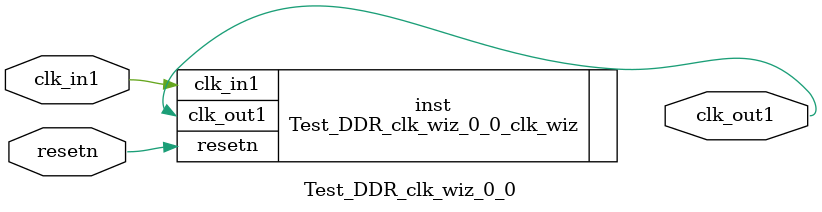
<source format=v>


`timescale 1ps/1ps

(* CORE_GENERATION_INFO = "Test_DDR_clk_wiz_0_0,clk_wiz_v6_0_12_0_0,{component_name=Test_DDR_clk_wiz_0_0,use_phase_alignment=true,use_min_o_jitter=false,use_max_i_jitter=false,use_dyn_phase_shift=false,use_inclk_switchover=false,use_dyn_reconfig=false,enable_axi=0,feedback_source=FDBK_AUTO,PRIMITIVE=MMCM,num_out_clk=1,clkin1_period=10.000,clkin2_period=10.000,use_power_down=false,use_reset=true,use_locked=false,use_inclk_stopped=false,feedback_type=SINGLE,CLOCK_MGR_TYPE=NA,manual_override=false}" *)

module Test_DDR_clk_wiz_0_0 
 (
  // Clock out ports
  output        clk_out1,
  // Status and control signals
  input         resetn,
 // Clock in ports
  input         clk_in1
 );

  Test_DDR_clk_wiz_0_0_clk_wiz inst
  (
  // Clock out ports  
  .clk_out1(clk_out1),
  // Status and control signals               
  .resetn(resetn), 
 // Clock in ports
  .clk_in1(clk_in1)
  );

endmodule

</source>
